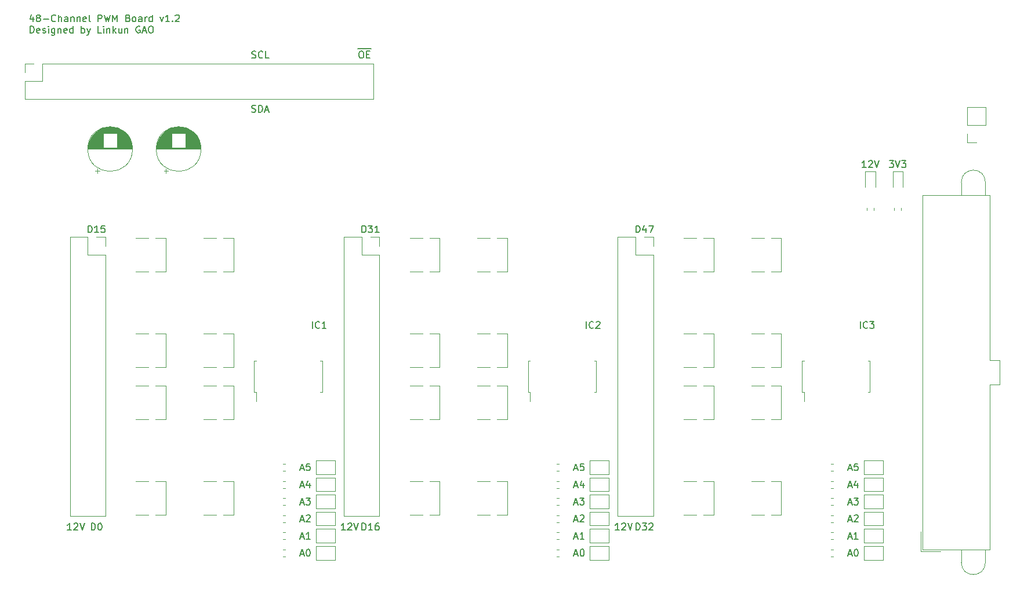
<source format=gbr>
%TF.GenerationSoftware,KiCad,Pcbnew,(5.1.6)-1*%
%TF.CreationDate,2020-07-21T23:35:01+09:00*%
%TF.ProjectId,PWM-PCA9685,50574d2d-5043-4413-9936-38352e6b6963,rev?*%
%TF.SameCoordinates,Original*%
%TF.FileFunction,Legend,Top*%
%TF.FilePolarity,Positive*%
%FSLAX46Y46*%
G04 Gerber Fmt 4.6, Leading zero omitted, Abs format (unit mm)*
G04 Created by KiCad (PCBNEW (5.1.6)-1) date 2020-07-21 23:35:01*
%MOMM*%
%LPD*%
G01*
G04 APERTURE LIST*
%ADD10C,0.150000*%
%ADD11C,0.120000*%
%ADD12C,0.100000*%
G04 APERTURE END LIST*
D10*
X145523809Y-64452380D02*
X145523809Y-63452380D01*
X146571428Y-64357142D02*
X146523809Y-64404761D01*
X146380952Y-64452380D01*
X146285714Y-64452380D01*
X146142857Y-64404761D01*
X146047619Y-64309523D01*
X146000000Y-64214285D01*
X145952380Y-64023809D01*
X145952380Y-63880952D01*
X146000000Y-63690476D01*
X146047619Y-63595238D01*
X146142857Y-63500000D01*
X146285714Y-63452380D01*
X146380952Y-63452380D01*
X146523809Y-63500000D01*
X146571428Y-63547619D01*
X146904761Y-63452380D02*
X147523809Y-63452380D01*
X147190476Y-63833333D01*
X147333333Y-63833333D01*
X147428571Y-63880952D01*
X147476190Y-63928571D01*
X147523809Y-64023809D01*
X147523809Y-64261904D01*
X147476190Y-64357142D01*
X147428571Y-64404761D01*
X147333333Y-64452380D01*
X147047619Y-64452380D01*
X146952380Y-64404761D01*
X146904761Y-64357142D01*
X105523809Y-64452380D02*
X105523809Y-63452380D01*
X106571428Y-64357142D02*
X106523809Y-64404761D01*
X106380952Y-64452380D01*
X106285714Y-64452380D01*
X106142857Y-64404761D01*
X106047619Y-64309523D01*
X106000000Y-64214285D01*
X105952380Y-64023809D01*
X105952380Y-63880952D01*
X106000000Y-63690476D01*
X106047619Y-63595238D01*
X106142857Y-63500000D01*
X106285714Y-63452380D01*
X106380952Y-63452380D01*
X106523809Y-63500000D01*
X106571428Y-63547619D01*
X106952380Y-63547619D02*
X107000000Y-63500000D01*
X107095238Y-63452380D01*
X107333333Y-63452380D01*
X107428571Y-63500000D01*
X107476190Y-63547619D01*
X107523809Y-63642857D01*
X107523809Y-63738095D01*
X107476190Y-63880952D01*
X106904761Y-64452380D01*
X107523809Y-64452380D01*
X65523809Y-64452380D02*
X65523809Y-63452380D01*
X66571428Y-64357142D02*
X66523809Y-64404761D01*
X66380952Y-64452380D01*
X66285714Y-64452380D01*
X66142857Y-64404761D01*
X66047619Y-64309523D01*
X66000000Y-64214285D01*
X65952380Y-64023809D01*
X65952380Y-63880952D01*
X66000000Y-63690476D01*
X66047619Y-63595238D01*
X66142857Y-63500000D01*
X66285714Y-63452380D01*
X66380952Y-63452380D01*
X66523809Y-63500000D01*
X66571428Y-63547619D01*
X67523809Y-64452380D02*
X66952380Y-64452380D01*
X67238095Y-64452380D02*
X67238095Y-63452380D01*
X67142857Y-63595238D01*
X67047619Y-63690476D01*
X66952380Y-63738095D01*
X24764166Y-18960714D02*
X24764166Y-19627380D01*
X24526071Y-18579761D02*
X24287976Y-19294047D01*
X24907023Y-19294047D01*
X25430833Y-19055952D02*
X25335595Y-19008333D01*
X25287976Y-18960714D01*
X25240357Y-18865476D01*
X25240357Y-18817857D01*
X25287976Y-18722619D01*
X25335595Y-18675000D01*
X25430833Y-18627380D01*
X25621309Y-18627380D01*
X25716547Y-18675000D01*
X25764166Y-18722619D01*
X25811785Y-18817857D01*
X25811785Y-18865476D01*
X25764166Y-18960714D01*
X25716547Y-19008333D01*
X25621309Y-19055952D01*
X25430833Y-19055952D01*
X25335595Y-19103571D01*
X25287976Y-19151190D01*
X25240357Y-19246428D01*
X25240357Y-19436904D01*
X25287976Y-19532142D01*
X25335595Y-19579761D01*
X25430833Y-19627380D01*
X25621309Y-19627380D01*
X25716547Y-19579761D01*
X25764166Y-19532142D01*
X25811785Y-19436904D01*
X25811785Y-19246428D01*
X25764166Y-19151190D01*
X25716547Y-19103571D01*
X25621309Y-19055952D01*
X26240357Y-19246428D02*
X27002261Y-19246428D01*
X28049880Y-19532142D02*
X28002261Y-19579761D01*
X27859404Y-19627380D01*
X27764166Y-19627380D01*
X27621309Y-19579761D01*
X27526071Y-19484523D01*
X27478452Y-19389285D01*
X27430833Y-19198809D01*
X27430833Y-19055952D01*
X27478452Y-18865476D01*
X27526071Y-18770238D01*
X27621309Y-18675000D01*
X27764166Y-18627380D01*
X27859404Y-18627380D01*
X28002261Y-18675000D01*
X28049880Y-18722619D01*
X28478452Y-19627380D02*
X28478452Y-18627380D01*
X28907023Y-19627380D02*
X28907023Y-19103571D01*
X28859404Y-19008333D01*
X28764166Y-18960714D01*
X28621309Y-18960714D01*
X28526071Y-19008333D01*
X28478452Y-19055952D01*
X29811785Y-19627380D02*
X29811785Y-19103571D01*
X29764166Y-19008333D01*
X29668928Y-18960714D01*
X29478452Y-18960714D01*
X29383214Y-19008333D01*
X29811785Y-19579761D02*
X29716547Y-19627380D01*
X29478452Y-19627380D01*
X29383214Y-19579761D01*
X29335595Y-19484523D01*
X29335595Y-19389285D01*
X29383214Y-19294047D01*
X29478452Y-19246428D01*
X29716547Y-19246428D01*
X29811785Y-19198809D01*
X30287976Y-18960714D02*
X30287976Y-19627380D01*
X30287976Y-19055952D02*
X30335595Y-19008333D01*
X30430833Y-18960714D01*
X30573690Y-18960714D01*
X30668928Y-19008333D01*
X30716547Y-19103571D01*
X30716547Y-19627380D01*
X31192738Y-18960714D02*
X31192738Y-19627380D01*
X31192738Y-19055952D02*
X31240357Y-19008333D01*
X31335595Y-18960714D01*
X31478452Y-18960714D01*
X31573690Y-19008333D01*
X31621309Y-19103571D01*
X31621309Y-19627380D01*
X32478452Y-19579761D02*
X32383214Y-19627380D01*
X32192738Y-19627380D01*
X32097500Y-19579761D01*
X32049880Y-19484523D01*
X32049880Y-19103571D01*
X32097500Y-19008333D01*
X32192738Y-18960714D01*
X32383214Y-18960714D01*
X32478452Y-19008333D01*
X32526071Y-19103571D01*
X32526071Y-19198809D01*
X32049880Y-19294047D01*
X33097500Y-19627380D02*
X33002261Y-19579761D01*
X32954642Y-19484523D01*
X32954642Y-18627380D01*
X34240357Y-19627380D02*
X34240357Y-18627380D01*
X34621309Y-18627380D01*
X34716547Y-18675000D01*
X34764166Y-18722619D01*
X34811785Y-18817857D01*
X34811785Y-18960714D01*
X34764166Y-19055952D01*
X34716547Y-19103571D01*
X34621309Y-19151190D01*
X34240357Y-19151190D01*
X35145119Y-18627380D02*
X35383214Y-19627380D01*
X35573690Y-18913095D01*
X35764166Y-19627380D01*
X36002261Y-18627380D01*
X36383214Y-19627380D02*
X36383214Y-18627380D01*
X36716547Y-19341666D01*
X37049880Y-18627380D01*
X37049880Y-19627380D01*
X38621309Y-19103571D02*
X38764166Y-19151190D01*
X38811785Y-19198809D01*
X38859404Y-19294047D01*
X38859404Y-19436904D01*
X38811785Y-19532142D01*
X38764166Y-19579761D01*
X38668928Y-19627380D01*
X38287976Y-19627380D01*
X38287976Y-18627380D01*
X38621309Y-18627380D01*
X38716547Y-18675000D01*
X38764166Y-18722619D01*
X38811785Y-18817857D01*
X38811785Y-18913095D01*
X38764166Y-19008333D01*
X38716547Y-19055952D01*
X38621309Y-19103571D01*
X38287976Y-19103571D01*
X39430833Y-19627380D02*
X39335595Y-19579761D01*
X39287976Y-19532142D01*
X39240357Y-19436904D01*
X39240357Y-19151190D01*
X39287976Y-19055952D01*
X39335595Y-19008333D01*
X39430833Y-18960714D01*
X39573690Y-18960714D01*
X39668928Y-19008333D01*
X39716547Y-19055952D01*
X39764166Y-19151190D01*
X39764166Y-19436904D01*
X39716547Y-19532142D01*
X39668928Y-19579761D01*
X39573690Y-19627380D01*
X39430833Y-19627380D01*
X40621309Y-19627380D02*
X40621309Y-19103571D01*
X40573690Y-19008333D01*
X40478452Y-18960714D01*
X40287976Y-18960714D01*
X40192738Y-19008333D01*
X40621309Y-19579761D02*
X40526071Y-19627380D01*
X40287976Y-19627380D01*
X40192738Y-19579761D01*
X40145119Y-19484523D01*
X40145119Y-19389285D01*
X40192738Y-19294047D01*
X40287976Y-19246428D01*
X40526071Y-19246428D01*
X40621309Y-19198809D01*
X41097500Y-19627380D02*
X41097500Y-18960714D01*
X41097500Y-19151190D02*
X41145119Y-19055952D01*
X41192738Y-19008333D01*
X41287976Y-18960714D01*
X41383214Y-18960714D01*
X42145119Y-19627380D02*
X42145119Y-18627380D01*
X42145119Y-19579761D02*
X42049880Y-19627380D01*
X41859404Y-19627380D01*
X41764166Y-19579761D01*
X41716547Y-19532142D01*
X41668928Y-19436904D01*
X41668928Y-19151190D01*
X41716547Y-19055952D01*
X41764166Y-19008333D01*
X41859404Y-18960714D01*
X42049880Y-18960714D01*
X42145119Y-19008333D01*
X43287976Y-18960714D02*
X43526071Y-19627380D01*
X43764166Y-18960714D01*
X44668928Y-19627380D02*
X44097500Y-19627380D01*
X44383214Y-19627380D02*
X44383214Y-18627380D01*
X44287976Y-18770238D01*
X44192738Y-18865476D01*
X44097500Y-18913095D01*
X45097500Y-19532142D02*
X45145119Y-19579761D01*
X45097500Y-19627380D01*
X45049880Y-19579761D01*
X45097500Y-19532142D01*
X45097500Y-19627380D01*
X45526071Y-18722619D02*
X45573690Y-18675000D01*
X45668928Y-18627380D01*
X45907023Y-18627380D01*
X46002261Y-18675000D01*
X46049880Y-18722619D01*
X46097500Y-18817857D01*
X46097500Y-18913095D01*
X46049880Y-19055952D01*
X45478452Y-19627380D01*
X46097500Y-19627380D01*
X24335595Y-21277380D02*
X24335595Y-20277380D01*
X24573690Y-20277380D01*
X24716547Y-20325000D01*
X24811785Y-20420238D01*
X24859404Y-20515476D01*
X24907023Y-20705952D01*
X24907023Y-20848809D01*
X24859404Y-21039285D01*
X24811785Y-21134523D01*
X24716547Y-21229761D01*
X24573690Y-21277380D01*
X24335595Y-21277380D01*
X25716547Y-21229761D02*
X25621309Y-21277380D01*
X25430833Y-21277380D01*
X25335595Y-21229761D01*
X25287976Y-21134523D01*
X25287976Y-20753571D01*
X25335595Y-20658333D01*
X25430833Y-20610714D01*
X25621309Y-20610714D01*
X25716547Y-20658333D01*
X25764166Y-20753571D01*
X25764166Y-20848809D01*
X25287976Y-20944047D01*
X26145119Y-21229761D02*
X26240357Y-21277380D01*
X26430833Y-21277380D01*
X26526071Y-21229761D01*
X26573690Y-21134523D01*
X26573690Y-21086904D01*
X26526071Y-20991666D01*
X26430833Y-20944047D01*
X26287976Y-20944047D01*
X26192738Y-20896428D01*
X26145119Y-20801190D01*
X26145119Y-20753571D01*
X26192738Y-20658333D01*
X26287976Y-20610714D01*
X26430833Y-20610714D01*
X26526071Y-20658333D01*
X27002261Y-21277380D02*
X27002261Y-20610714D01*
X27002261Y-20277380D02*
X26954642Y-20325000D01*
X27002261Y-20372619D01*
X27049880Y-20325000D01*
X27002261Y-20277380D01*
X27002261Y-20372619D01*
X27907023Y-20610714D02*
X27907023Y-21420238D01*
X27859404Y-21515476D01*
X27811785Y-21563095D01*
X27716547Y-21610714D01*
X27573690Y-21610714D01*
X27478452Y-21563095D01*
X27907023Y-21229761D02*
X27811785Y-21277380D01*
X27621309Y-21277380D01*
X27526071Y-21229761D01*
X27478452Y-21182142D01*
X27430833Y-21086904D01*
X27430833Y-20801190D01*
X27478452Y-20705952D01*
X27526071Y-20658333D01*
X27621309Y-20610714D01*
X27811785Y-20610714D01*
X27907023Y-20658333D01*
X28383214Y-20610714D02*
X28383214Y-21277380D01*
X28383214Y-20705952D02*
X28430833Y-20658333D01*
X28526071Y-20610714D01*
X28668928Y-20610714D01*
X28764166Y-20658333D01*
X28811785Y-20753571D01*
X28811785Y-21277380D01*
X29668928Y-21229761D02*
X29573690Y-21277380D01*
X29383214Y-21277380D01*
X29287976Y-21229761D01*
X29240357Y-21134523D01*
X29240357Y-20753571D01*
X29287976Y-20658333D01*
X29383214Y-20610714D01*
X29573690Y-20610714D01*
X29668928Y-20658333D01*
X29716547Y-20753571D01*
X29716547Y-20848809D01*
X29240357Y-20944047D01*
X30573690Y-21277380D02*
X30573690Y-20277380D01*
X30573690Y-21229761D02*
X30478452Y-21277380D01*
X30287976Y-21277380D01*
X30192738Y-21229761D01*
X30145119Y-21182142D01*
X30097500Y-21086904D01*
X30097500Y-20801190D01*
X30145119Y-20705952D01*
X30192738Y-20658333D01*
X30287976Y-20610714D01*
X30478452Y-20610714D01*
X30573690Y-20658333D01*
X31811785Y-21277380D02*
X31811785Y-20277380D01*
X31811785Y-20658333D02*
X31907023Y-20610714D01*
X32097500Y-20610714D01*
X32192738Y-20658333D01*
X32240357Y-20705952D01*
X32287976Y-20801190D01*
X32287976Y-21086904D01*
X32240357Y-21182142D01*
X32192738Y-21229761D01*
X32097500Y-21277380D01*
X31907023Y-21277380D01*
X31811785Y-21229761D01*
X32621309Y-20610714D02*
X32859404Y-21277380D01*
X33097500Y-20610714D02*
X32859404Y-21277380D01*
X32764166Y-21515476D01*
X32716547Y-21563095D01*
X32621309Y-21610714D01*
X34716547Y-21277380D02*
X34240357Y-21277380D01*
X34240357Y-20277380D01*
X35049880Y-21277380D02*
X35049880Y-20610714D01*
X35049880Y-20277380D02*
X35002261Y-20325000D01*
X35049880Y-20372619D01*
X35097500Y-20325000D01*
X35049880Y-20277380D01*
X35049880Y-20372619D01*
X35526071Y-20610714D02*
X35526071Y-21277380D01*
X35526071Y-20705952D02*
X35573690Y-20658333D01*
X35668928Y-20610714D01*
X35811785Y-20610714D01*
X35907023Y-20658333D01*
X35954642Y-20753571D01*
X35954642Y-21277380D01*
X36430833Y-21277380D02*
X36430833Y-20277380D01*
X36526071Y-20896428D02*
X36811785Y-21277380D01*
X36811785Y-20610714D02*
X36430833Y-20991666D01*
X37668928Y-20610714D02*
X37668928Y-21277380D01*
X37240357Y-20610714D02*
X37240357Y-21134523D01*
X37287976Y-21229761D01*
X37383214Y-21277380D01*
X37526071Y-21277380D01*
X37621309Y-21229761D01*
X37668928Y-21182142D01*
X38145119Y-20610714D02*
X38145119Y-21277380D01*
X38145119Y-20705952D02*
X38192738Y-20658333D01*
X38287976Y-20610714D01*
X38430833Y-20610714D01*
X38526071Y-20658333D01*
X38573690Y-20753571D01*
X38573690Y-21277380D01*
X40335595Y-20325000D02*
X40240357Y-20277380D01*
X40097500Y-20277380D01*
X39954642Y-20325000D01*
X39859404Y-20420238D01*
X39811785Y-20515476D01*
X39764166Y-20705952D01*
X39764166Y-20848809D01*
X39811785Y-21039285D01*
X39859404Y-21134523D01*
X39954642Y-21229761D01*
X40097500Y-21277380D01*
X40192738Y-21277380D01*
X40335595Y-21229761D01*
X40383214Y-21182142D01*
X40383214Y-20848809D01*
X40192738Y-20848809D01*
X40764166Y-20991666D02*
X41240357Y-20991666D01*
X40668928Y-21277380D02*
X41002261Y-20277380D01*
X41335595Y-21277380D01*
X41859404Y-20277380D02*
X42049880Y-20277380D01*
X42145119Y-20325000D01*
X42240357Y-20420238D01*
X42287976Y-20610714D01*
X42287976Y-20944047D01*
X42240357Y-21134523D01*
X42145119Y-21229761D01*
X42049880Y-21277380D01*
X41859404Y-21277380D01*
X41764166Y-21229761D01*
X41668928Y-21134523D01*
X41621309Y-20944047D01*
X41621309Y-20610714D01*
X41668928Y-20420238D01*
X41764166Y-20325000D01*
X41859404Y-20277380D01*
X146380952Y-40952380D02*
X145809523Y-40952380D01*
X146095238Y-40952380D02*
X146095238Y-39952380D01*
X146000000Y-40095238D01*
X145904761Y-40190476D01*
X145809523Y-40238095D01*
X146761904Y-40047619D02*
X146809523Y-40000000D01*
X146904761Y-39952380D01*
X147142857Y-39952380D01*
X147238095Y-40000000D01*
X147285714Y-40047619D01*
X147333333Y-40142857D01*
X147333333Y-40238095D01*
X147285714Y-40380952D01*
X146714285Y-40952380D01*
X147333333Y-40952380D01*
X147619047Y-39952380D02*
X147952380Y-40952380D01*
X148285714Y-39952380D01*
X149761904Y-39952380D02*
X150380952Y-39952380D01*
X150047619Y-40333333D01*
X150190476Y-40333333D01*
X150285714Y-40380952D01*
X150333333Y-40428571D01*
X150380952Y-40523809D01*
X150380952Y-40761904D01*
X150333333Y-40857142D01*
X150285714Y-40904761D01*
X150190476Y-40952380D01*
X149904761Y-40952380D01*
X149809523Y-40904761D01*
X149761904Y-40857142D01*
X150666666Y-39952380D02*
X151000000Y-40952380D01*
X151333333Y-39952380D01*
X151571428Y-39952380D02*
X152190476Y-39952380D01*
X151857142Y-40333333D01*
X152000000Y-40333333D01*
X152095238Y-40380952D01*
X152142857Y-40428571D01*
X152190476Y-40523809D01*
X152190476Y-40761904D01*
X152142857Y-40857142D01*
X152095238Y-40904761D01*
X152000000Y-40952380D01*
X151714285Y-40952380D01*
X151619047Y-40904761D01*
X151571428Y-40857142D01*
X56675714Y-32804761D02*
X56818571Y-32852380D01*
X57056666Y-32852380D01*
X57151904Y-32804761D01*
X57199523Y-32757142D01*
X57247142Y-32661904D01*
X57247142Y-32566666D01*
X57199523Y-32471428D01*
X57151904Y-32423809D01*
X57056666Y-32376190D01*
X56866190Y-32328571D01*
X56770952Y-32280952D01*
X56723333Y-32233333D01*
X56675714Y-32138095D01*
X56675714Y-32042857D01*
X56723333Y-31947619D01*
X56770952Y-31900000D01*
X56866190Y-31852380D01*
X57104285Y-31852380D01*
X57247142Y-31900000D01*
X57675714Y-32852380D02*
X57675714Y-31852380D01*
X57913809Y-31852380D01*
X58056666Y-31900000D01*
X58151904Y-31995238D01*
X58199523Y-32090476D01*
X58247142Y-32280952D01*
X58247142Y-32423809D01*
X58199523Y-32614285D01*
X58151904Y-32709523D01*
X58056666Y-32804761D01*
X57913809Y-32852380D01*
X57675714Y-32852380D01*
X58628095Y-32566666D02*
X59104285Y-32566666D01*
X58532857Y-32852380D02*
X58866190Y-31852380D01*
X59199523Y-32852380D01*
X56699523Y-24904761D02*
X56842380Y-24952380D01*
X57080476Y-24952380D01*
X57175714Y-24904761D01*
X57223333Y-24857142D01*
X57270952Y-24761904D01*
X57270952Y-24666666D01*
X57223333Y-24571428D01*
X57175714Y-24523809D01*
X57080476Y-24476190D01*
X56890000Y-24428571D01*
X56794761Y-24380952D01*
X56747142Y-24333333D01*
X56699523Y-24238095D01*
X56699523Y-24142857D01*
X56747142Y-24047619D01*
X56794761Y-24000000D01*
X56890000Y-23952380D01*
X57128095Y-23952380D01*
X57270952Y-24000000D01*
X58270952Y-24857142D02*
X58223333Y-24904761D01*
X58080476Y-24952380D01*
X57985238Y-24952380D01*
X57842380Y-24904761D01*
X57747142Y-24809523D01*
X57699523Y-24714285D01*
X57651904Y-24523809D01*
X57651904Y-24380952D01*
X57699523Y-24190476D01*
X57747142Y-24095238D01*
X57842380Y-24000000D01*
X57985238Y-23952380D01*
X58080476Y-23952380D01*
X58223333Y-24000000D01*
X58270952Y-24047619D01*
X59175714Y-24952380D02*
X58699523Y-24952380D01*
X58699523Y-23952380D01*
X72153809Y-23585000D02*
X73201428Y-23585000D01*
X72582380Y-23952380D02*
X72772857Y-23952380D01*
X72868095Y-24000000D01*
X72963333Y-24095238D01*
X73010952Y-24285714D01*
X73010952Y-24619047D01*
X72963333Y-24809523D01*
X72868095Y-24904761D01*
X72772857Y-24952380D01*
X72582380Y-24952380D01*
X72487142Y-24904761D01*
X72391904Y-24809523D01*
X72344285Y-24619047D01*
X72344285Y-24285714D01*
X72391904Y-24095238D01*
X72487142Y-24000000D01*
X72582380Y-23952380D01*
X73201428Y-23585000D02*
X74106190Y-23585000D01*
X73439523Y-24428571D02*
X73772857Y-24428571D01*
X73915714Y-24952380D02*
X73439523Y-24952380D01*
X73439523Y-23952380D01*
X73915714Y-23952380D01*
X143785714Y-84966666D02*
X144261904Y-84966666D01*
X143690476Y-85252380D02*
X144023809Y-84252380D01*
X144357142Y-85252380D01*
X145166666Y-84252380D02*
X144690476Y-84252380D01*
X144642857Y-84728571D01*
X144690476Y-84680952D01*
X144785714Y-84633333D01*
X145023809Y-84633333D01*
X145119047Y-84680952D01*
X145166666Y-84728571D01*
X145214285Y-84823809D01*
X145214285Y-85061904D01*
X145166666Y-85157142D01*
X145119047Y-85204761D01*
X145023809Y-85252380D01*
X144785714Y-85252380D01*
X144690476Y-85204761D01*
X144642857Y-85157142D01*
X143785714Y-87466666D02*
X144261904Y-87466666D01*
X143690476Y-87752380D02*
X144023809Y-86752380D01*
X144357142Y-87752380D01*
X145119047Y-87085714D02*
X145119047Y-87752380D01*
X144880952Y-86704761D02*
X144642857Y-87419047D01*
X145261904Y-87419047D01*
X143785714Y-89966666D02*
X144261904Y-89966666D01*
X143690476Y-90252380D02*
X144023809Y-89252380D01*
X144357142Y-90252380D01*
X144595238Y-89252380D02*
X145214285Y-89252380D01*
X144880952Y-89633333D01*
X145023809Y-89633333D01*
X145119047Y-89680952D01*
X145166666Y-89728571D01*
X145214285Y-89823809D01*
X145214285Y-90061904D01*
X145166666Y-90157142D01*
X145119047Y-90204761D01*
X145023809Y-90252380D01*
X144738095Y-90252380D01*
X144642857Y-90204761D01*
X144595238Y-90157142D01*
X143785714Y-92466666D02*
X144261904Y-92466666D01*
X143690476Y-92752380D02*
X144023809Y-91752380D01*
X144357142Y-92752380D01*
X144642857Y-91847619D02*
X144690476Y-91800000D01*
X144785714Y-91752380D01*
X145023809Y-91752380D01*
X145119047Y-91800000D01*
X145166666Y-91847619D01*
X145214285Y-91942857D01*
X145214285Y-92038095D01*
X145166666Y-92180952D01*
X144595238Y-92752380D01*
X145214285Y-92752380D01*
X143785714Y-94966666D02*
X144261904Y-94966666D01*
X143690476Y-95252380D02*
X144023809Y-94252380D01*
X144357142Y-95252380D01*
X145214285Y-95252380D02*
X144642857Y-95252380D01*
X144928571Y-95252380D02*
X144928571Y-94252380D01*
X144833333Y-94395238D01*
X144738095Y-94490476D01*
X144642857Y-94538095D01*
X143785714Y-97466666D02*
X144261904Y-97466666D01*
X143690476Y-97752380D02*
X144023809Y-96752380D01*
X144357142Y-97752380D01*
X144880952Y-96752380D02*
X144976190Y-96752380D01*
X145071428Y-96800000D01*
X145119047Y-96847619D01*
X145166666Y-96942857D01*
X145214285Y-97133333D01*
X145214285Y-97371428D01*
X145166666Y-97561904D01*
X145119047Y-97657142D01*
X145071428Y-97704761D01*
X144976190Y-97752380D01*
X144880952Y-97752380D01*
X144785714Y-97704761D01*
X144738095Y-97657142D01*
X144690476Y-97561904D01*
X144642857Y-97371428D01*
X144642857Y-97133333D01*
X144690476Y-96942857D01*
X144738095Y-96847619D01*
X144785714Y-96800000D01*
X144880952Y-96752380D01*
X112785714Y-50452380D02*
X112785714Y-49452380D01*
X113023809Y-49452380D01*
X113166666Y-49500000D01*
X113261904Y-49595238D01*
X113309523Y-49690476D01*
X113357142Y-49880952D01*
X113357142Y-50023809D01*
X113309523Y-50214285D01*
X113261904Y-50309523D01*
X113166666Y-50404761D01*
X113023809Y-50452380D01*
X112785714Y-50452380D01*
X114214285Y-49785714D02*
X114214285Y-50452380D01*
X113976190Y-49404761D02*
X113738095Y-50119047D01*
X114357142Y-50119047D01*
X114642857Y-49452380D02*
X115309523Y-49452380D01*
X114880952Y-50452380D01*
X112785714Y-93952380D02*
X112785714Y-92952380D01*
X113023809Y-92952380D01*
X113166666Y-93000000D01*
X113261904Y-93095238D01*
X113309523Y-93190476D01*
X113357142Y-93380952D01*
X113357142Y-93523809D01*
X113309523Y-93714285D01*
X113261904Y-93809523D01*
X113166666Y-93904761D01*
X113023809Y-93952380D01*
X112785714Y-93952380D01*
X113690476Y-92952380D02*
X114309523Y-92952380D01*
X113976190Y-93333333D01*
X114119047Y-93333333D01*
X114214285Y-93380952D01*
X114261904Y-93428571D01*
X114309523Y-93523809D01*
X114309523Y-93761904D01*
X114261904Y-93857142D01*
X114214285Y-93904761D01*
X114119047Y-93952380D01*
X113833333Y-93952380D01*
X113738095Y-93904761D01*
X113690476Y-93857142D01*
X114690476Y-93047619D02*
X114738095Y-93000000D01*
X114833333Y-92952380D01*
X115071428Y-92952380D01*
X115166666Y-93000000D01*
X115214285Y-93047619D01*
X115261904Y-93142857D01*
X115261904Y-93238095D01*
X115214285Y-93380952D01*
X114642857Y-93952380D01*
X115261904Y-93952380D01*
X110340952Y-93952380D02*
X109769523Y-93952380D01*
X110055238Y-93952380D02*
X110055238Y-92952380D01*
X109960000Y-93095238D01*
X109864761Y-93190476D01*
X109769523Y-93238095D01*
X110721904Y-93047619D02*
X110769523Y-93000000D01*
X110864761Y-92952380D01*
X111102857Y-92952380D01*
X111198095Y-93000000D01*
X111245714Y-93047619D01*
X111293333Y-93142857D01*
X111293333Y-93238095D01*
X111245714Y-93380952D01*
X110674285Y-93952380D01*
X111293333Y-93952380D01*
X111579047Y-92952380D02*
X111912380Y-93952380D01*
X112245714Y-92952380D01*
X72785714Y-50452380D02*
X72785714Y-49452380D01*
X73023809Y-49452380D01*
X73166666Y-49500000D01*
X73261904Y-49595238D01*
X73309523Y-49690476D01*
X73357142Y-49880952D01*
X73357142Y-50023809D01*
X73309523Y-50214285D01*
X73261904Y-50309523D01*
X73166666Y-50404761D01*
X73023809Y-50452380D01*
X72785714Y-50452380D01*
X73690476Y-49452380D02*
X74309523Y-49452380D01*
X73976190Y-49833333D01*
X74119047Y-49833333D01*
X74214285Y-49880952D01*
X74261904Y-49928571D01*
X74309523Y-50023809D01*
X74309523Y-50261904D01*
X74261904Y-50357142D01*
X74214285Y-50404761D01*
X74119047Y-50452380D01*
X73833333Y-50452380D01*
X73738095Y-50404761D01*
X73690476Y-50357142D01*
X75261904Y-50452380D02*
X74690476Y-50452380D01*
X74976190Y-50452380D02*
X74976190Y-49452380D01*
X74880952Y-49595238D01*
X74785714Y-49690476D01*
X74690476Y-49738095D01*
X72785714Y-93952380D02*
X72785714Y-92952380D01*
X73023809Y-92952380D01*
X73166666Y-93000000D01*
X73261904Y-93095238D01*
X73309523Y-93190476D01*
X73357142Y-93380952D01*
X73357142Y-93523809D01*
X73309523Y-93714285D01*
X73261904Y-93809523D01*
X73166666Y-93904761D01*
X73023809Y-93952380D01*
X72785714Y-93952380D01*
X74309523Y-93952380D02*
X73738095Y-93952380D01*
X74023809Y-93952380D02*
X74023809Y-92952380D01*
X73928571Y-93095238D01*
X73833333Y-93190476D01*
X73738095Y-93238095D01*
X75166666Y-92952380D02*
X74976190Y-92952380D01*
X74880952Y-93000000D01*
X74833333Y-93047619D01*
X74738095Y-93190476D01*
X74690476Y-93380952D01*
X74690476Y-93761904D01*
X74738095Y-93857142D01*
X74785714Y-93904761D01*
X74880952Y-93952380D01*
X75071428Y-93952380D01*
X75166666Y-93904761D01*
X75214285Y-93857142D01*
X75261904Y-93761904D01*
X75261904Y-93523809D01*
X75214285Y-93428571D01*
X75166666Y-93380952D01*
X75071428Y-93333333D01*
X74880952Y-93333333D01*
X74785714Y-93380952D01*
X74738095Y-93428571D01*
X74690476Y-93523809D01*
X70340952Y-93952380D02*
X69769523Y-93952380D01*
X70055238Y-93952380D02*
X70055238Y-92952380D01*
X69960000Y-93095238D01*
X69864761Y-93190476D01*
X69769523Y-93238095D01*
X70721904Y-93047619D02*
X70769523Y-93000000D01*
X70864761Y-92952380D01*
X71102857Y-92952380D01*
X71198095Y-93000000D01*
X71245714Y-93047619D01*
X71293333Y-93142857D01*
X71293333Y-93238095D01*
X71245714Y-93380952D01*
X70674285Y-93952380D01*
X71293333Y-93952380D01*
X71579047Y-92952380D02*
X71912380Y-93952380D01*
X72245714Y-92952380D01*
X103785714Y-84966666D02*
X104261904Y-84966666D01*
X103690476Y-85252380D02*
X104023809Y-84252380D01*
X104357142Y-85252380D01*
X105166666Y-84252380D02*
X104690476Y-84252380D01*
X104642857Y-84728571D01*
X104690476Y-84680952D01*
X104785714Y-84633333D01*
X105023809Y-84633333D01*
X105119047Y-84680952D01*
X105166666Y-84728571D01*
X105214285Y-84823809D01*
X105214285Y-85061904D01*
X105166666Y-85157142D01*
X105119047Y-85204761D01*
X105023809Y-85252380D01*
X104785714Y-85252380D01*
X104690476Y-85204761D01*
X104642857Y-85157142D01*
X103785714Y-87466666D02*
X104261904Y-87466666D01*
X103690476Y-87752380D02*
X104023809Y-86752380D01*
X104357142Y-87752380D01*
X105119047Y-87085714D02*
X105119047Y-87752380D01*
X104880952Y-86704761D02*
X104642857Y-87419047D01*
X105261904Y-87419047D01*
X103785714Y-89966666D02*
X104261904Y-89966666D01*
X103690476Y-90252380D02*
X104023809Y-89252380D01*
X104357142Y-90252380D01*
X104595238Y-89252380D02*
X105214285Y-89252380D01*
X104880952Y-89633333D01*
X105023809Y-89633333D01*
X105119047Y-89680952D01*
X105166666Y-89728571D01*
X105214285Y-89823809D01*
X105214285Y-90061904D01*
X105166666Y-90157142D01*
X105119047Y-90204761D01*
X105023809Y-90252380D01*
X104738095Y-90252380D01*
X104642857Y-90204761D01*
X104595238Y-90157142D01*
X103785714Y-92466666D02*
X104261904Y-92466666D01*
X103690476Y-92752380D02*
X104023809Y-91752380D01*
X104357142Y-92752380D01*
X104642857Y-91847619D02*
X104690476Y-91800000D01*
X104785714Y-91752380D01*
X105023809Y-91752380D01*
X105119047Y-91800000D01*
X105166666Y-91847619D01*
X105214285Y-91942857D01*
X105214285Y-92038095D01*
X105166666Y-92180952D01*
X104595238Y-92752380D01*
X105214285Y-92752380D01*
X103785714Y-94966666D02*
X104261904Y-94966666D01*
X103690476Y-95252380D02*
X104023809Y-94252380D01*
X104357142Y-95252380D01*
X105214285Y-95252380D02*
X104642857Y-95252380D01*
X104928571Y-95252380D02*
X104928571Y-94252380D01*
X104833333Y-94395238D01*
X104738095Y-94490476D01*
X104642857Y-94538095D01*
X103785714Y-97466666D02*
X104261904Y-97466666D01*
X103690476Y-97752380D02*
X104023809Y-96752380D01*
X104357142Y-97752380D01*
X104880952Y-96752380D02*
X104976190Y-96752380D01*
X105071428Y-96800000D01*
X105119047Y-96847619D01*
X105166666Y-96942857D01*
X105214285Y-97133333D01*
X105214285Y-97371428D01*
X105166666Y-97561904D01*
X105119047Y-97657142D01*
X105071428Y-97704761D01*
X104976190Y-97752380D01*
X104880952Y-97752380D01*
X104785714Y-97704761D01*
X104738095Y-97657142D01*
X104690476Y-97561904D01*
X104642857Y-97371428D01*
X104642857Y-97133333D01*
X104690476Y-96942857D01*
X104738095Y-96847619D01*
X104785714Y-96800000D01*
X104880952Y-96752380D01*
X32785714Y-50452380D02*
X32785714Y-49452380D01*
X33023809Y-49452380D01*
X33166666Y-49500000D01*
X33261904Y-49595238D01*
X33309523Y-49690476D01*
X33357142Y-49880952D01*
X33357142Y-50023809D01*
X33309523Y-50214285D01*
X33261904Y-50309523D01*
X33166666Y-50404761D01*
X33023809Y-50452380D01*
X32785714Y-50452380D01*
X34309523Y-50452380D02*
X33738095Y-50452380D01*
X34023809Y-50452380D02*
X34023809Y-49452380D01*
X33928571Y-49595238D01*
X33833333Y-49690476D01*
X33738095Y-49738095D01*
X35214285Y-49452380D02*
X34738095Y-49452380D01*
X34690476Y-49928571D01*
X34738095Y-49880952D01*
X34833333Y-49833333D01*
X35071428Y-49833333D01*
X35166666Y-49880952D01*
X35214285Y-49928571D01*
X35261904Y-50023809D01*
X35261904Y-50261904D01*
X35214285Y-50357142D01*
X35166666Y-50404761D01*
X35071428Y-50452380D01*
X34833333Y-50452380D01*
X34738095Y-50404761D01*
X34690476Y-50357142D01*
X33261904Y-93952380D02*
X33261904Y-92952380D01*
X33500000Y-92952380D01*
X33642857Y-93000000D01*
X33738095Y-93095238D01*
X33785714Y-93190476D01*
X33833333Y-93380952D01*
X33833333Y-93523809D01*
X33785714Y-93714285D01*
X33738095Y-93809523D01*
X33642857Y-93904761D01*
X33500000Y-93952380D01*
X33261904Y-93952380D01*
X34452380Y-92952380D02*
X34547619Y-92952380D01*
X34642857Y-93000000D01*
X34690476Y-93047619D01*
X34738095Y-93142857D01*
X34785714Y-93333333D01*
X34785714Y-93571428D01*
X34738095Y-93761904D01*
X34690476Y-93857142D01*
X34642857Y-93904761D01*
X34547619Y-93952380D01*
X34452380Y-93952380D01*
X34357142Y-93904761D01*
X34309523Y-93857142D01*
X34261904Y-93761904D01*
X34214285Y-93571428D01*
X34214285Y-93333333D01*
X34261904Y-93142857D01*
X34309523Y-93047619D01*
X34357142Y-93000000D01*
X34452380Y-92952380D01*
X30340952Y-93952380D02*
X29769523Y-93952380D01*
X30055238Y-93952380D02*
X30055238Y-92952380D01*
X29960000Y-93095238D01*
X29864761Y-93190476D01*
X29769523Y-93238095D01*
X30721904Y-93047619D02*
X30769523Y-93000000D01*
X30864761Y-92952380D01*
X31102857Y-92952380D01*
X31198095Y-93000000D01*
X31245714Y-93047619D01*
X31293333Y-93142857D01*
X31293333Y-93238095D01*
X31245714Y-93380952D01*
X30674285Y-93952380D01*
X31293333Y-93952380D01*
X31579047Y-92952380D02*
X31912380Y-93952380D01*
X32245714Y-92952380D01*
X63785714Y-84966666D02*
X64261904Y-84966666D01*
X63690476Y-85252380D02*
X64023809Y-84252380D01*
X64357142Y-85252380D01*
X65166666Y-84252380D02*
X64690476Y-84252380D01*
X64642857Y-84728571D01*
X64690476Y-84680952D01*
X64785714Y-84633333D01*
X65023809Y-84633333D01*
X65119047Y-84680952D01*
X65166666Y-84728571D01*
X65214285Y-84823809D01*
X65214285Y-85061904D01*
X65166666Y-85157142D01*
X65119047Y-85204761D01*
X65023809Y-85252380D01*
X64785714Y-85252380D01*
X64690476Y-85204761D01*
X64642857Y-85157142D01*
X63785714Y-87466666D02*
X64261904Y-87466666D01*
X63690476Y-87752380D02*
X64023809Y-86752380D01*
X64357142Y-87752380D01*
X65119047Y-87085714D02*
X65119047Y-87752380D01*
X64880952Y-86704761D02*
X64642857Y-87419047D01*
X65261904Y-87419047D01*
X63785714Y-89966666D02*
X64261904Y-89966666D01*
X63690476Y-90252380D02*
X64023809Y-89252380D01*
X64357142Y-90252380D01*
X64595238Y-89252380D02*
X65214285Y-89252380D01*
X64880952Y-89633333D01*
X65023809Y-89633333D01*
X65119047Y-89680952D01*
X65166666Y-89728571D01*
X65214285Y-89823809D01*
X65214285Y-90061904D01*
X65166666Y-90157142D01*
X65119047Y-90204761D01*
X65023809Y-90252380D01*
X64738095Y-90252380D01*
X64642857Y-90204761D01*
X64595238Y-90157142D01*
X63785714Y-92466666D02*
X64261904Y-92466666D01*
X63690476Y-92752380D02*
X64023809Y-91752380D01*
X64357142Y-92752380D01*
X64642857Y-91847619D02*
X64690476Y-91800000D01*
X64785714Y-91752380D01*
X65023809Y-91752380D01*
X65119047Y-91800000D01*
X65166666Y-91847619D01*
X65214285Y-91942857D01*
X65214285Y-92038095D01*
X65166666Y-92180952D01*
X64595238Y-92752380D01*
X65214285Y-92752380D01*
X63785714Y-94966666D02*
X64261904Y-94966666D01*
X63690476Y-95252380D02*
X64023809Y-94252380D01*
X64357142Y-95252380D01*
X65214285Y-95252380D02*
X64642857Y-95252380D01*
X64928571Y-95252380D02*
X64928571Y-94252380D01*
X64833333Y-94395238D01*
X64738095Y-94490476D01*
X64642857Y-94538095D01*
X63785714Y-97466666D02*
X64261904Y-97466666D01*
X63690476Y-97752380D02*
X64023809Y-96752380D01*
X64357142Y-97752380D01*
X64880952Y-96752380D02*
X64976190Y-96752380D01*
X65071428Y-96800000D01*
X65119047Y-96847619D01*
X65166666Y-96942857D01*
X65214285Y-97133333D01*
X65214285Y-97371428D01*
X65166666Y-97561904D01*
X65119047Y-97657142D01*
X65071428Y-97704761D01*
X64976190Y-97752380D01*
X64880952Y-97752380D01*
X64785714Y-97704761D01*
X64738095Y-97657142D01*
X64690476Y-97561904D01*
X64642857Y-97371428D01*
X64642857Y-97133333D01*
X64690476Y-96942857D01*
X64738095Y-96847619D01*
X64785714Y-96800000D01*
X64880952Y-96752380D01*
D11*
%TO.C,R20*%
X151510000Y-46837221D02*
X151510000Y-47162779D01*
X150490000Y-46837221D02*
X150490000Y-47162779D01*
%TO.C,J6*%
X163830000Y-34730000D02*
X161170000Y-34730000D01*
X163830000Y-34730000D02*
X163830000Y-32130000D01*
X163830000Y-32130000D02*
X161170000Y-32130000D01*
X161170000Y-34730000D02*
X161170000Y-32130000D01*
X161170000Y-37330000D02*
X161170000Y-36000000D01*
X162500000Y-37330000D02*
X161170000Y-37330000D01*
%TO.C,R19*%
X147510000Y-46837221D02*
X147510000Y-47162779D01*
X146490000Y-46837221D02*
X146490000Y-47162779D01*
%TO.C,D50*%
X151735000Y-43800000D02*
X151735000Y-41515000D01*
X151735000Y-41515000D02*
X150265000Y-41515000D01*
X150265000Y-41515000D02*
X150265000Y-43800000D01*
%TO.C,D49*%
X147735000Y-43800000D02*
X147735000Y-41515000D01*
X147735000Y-41515000D02*
X146265000Y-41515000D01*
X146265000Y-41515000D02*
X146265000Y-43800000D01*
%TO.C,C4*%
X49270000Y-38250000D02*
G75*
G03*
X49270000Y-38250000I-3270000J0D01*
G01*
X42770000Y-38250000D02*
X49230000Y-38250000D01*
X42770000Y-38210000D02*
X49230000Y-38210000D01*
X42770000Y-38170000D02*
X49230000Y-38170000D01*
X42772000Y-38130000D02*
X49228000Y-38130000D01*
X42773000Y-38090000D02*
X49227000Y-38090000D01*
X42776000Y-38050000D02*
X49224000Y-38050000D01*
X42778000Y-38010000D02*
X44960000Y-38010000D01*
X47040000Y-38010000D02*
X49222000Y-38010000D01*
X42782000Y-37970000D02*
X44960000Y-37970000D01*
X47040000Y-37970000D02*
X49218000Y-37970000D01*
X42785000Y-37930000D02*
X44960000Y-37930000D01*
X47040000Y-37930000D02*
X49215000Y-37930000D01*
X42789000Y-37890000D02*
X44960000Y-37890000D01*
X47040000Y-37890000D02*
X49211000Y-37890000D01*
X42794000Y-37850000D02*
X44960000Y-37850000D01*
X47040000Y-37850000D02*
X49206000Y-37850000D01*
X42799000Y-37810000D02*
X44960000Y-37810000D01*
X47040000Y-37810000D02*
X49201000Y-37810000D01*
X42805000Y-37770000D02*
X44960000Y-37770000D01*
X47040000Y-37770000D02*
X49195000Y-37770000D01*
X42811000Y-37730000D02*
X44960000Y-37730000D01*
X47040000Y-37730000D02*
X49189000Y-37730000D01*
X42818000Y-37690000D02*
X44960000Y-37690000D01*
X47040000Y-37690000D02*
X49182000Y-37690000D01*
X42825000Y-37650000D02*
X44960000Y-37650000D01*
X47040000Y-37650000D02*
X49175000Y-37650000D01*
X42833000Y-37610000D02*
X44960000Y-37610000D01*
X47040000Y-37610000D02*
X49167000Y-37610000D01*
X42841000Y-37570000D02*
X44960000Y-37570000D01*
X47040000Y-37570000D02*
X49159000Y-37570000D01*
X42850000Y-37529000D02*
X44960000Y-37529000D01*
X47040000Y-37529000D02*
X49150000Y-37529000D01*
X42859000Y-37489000D02*
X44960000Y-37489000D01*
X47040000Y-37489000D02*
X49141000Y-37489000D01*
X42869000Y-37449000D02*
X44960000Y-37449000D01*
X47040000Y-37449000D02*
X49131000Y-37449000D01*
X42879000Y-37409000D02*
X44960000Y-37409000D01*
X47040000Y-37409000D02*
X49121000Y-37409000D01*
X42890000Y-37369000D02*
X44960000Y-37369000D01*
X47040000Y-37369000D02*
X49110000Y-37369000D01*
X42902000Y-37329000D02*
X44960000Y-37329000D01*
X47040000Y-37329000D02*
X49098000Y-37329000D01*
X42914000Y-37289000D02*
X44960000Y-37289000D01*
X47040000Y-37289000D02*
X49086000Y-37289000D01*
X42926000Y-37249000D02*
X44960000Y-37249000D01*
X47040000Y-37249000D02*
X49074000Y-37249000D01*
X42939000Y-37209000D02*
X44960000Y-37209000D01*
X47040000Y-37209000D02*
X49061000Y-37209000D01*
X42953000Y-37169000D02*
X44960000Y-37169000D01*
X47040000Y-37169000D02*
X49047000Y-37169000D01*
X42967000Y-37129000D02*
X44960000Y-37129000D01*
X47040000Y-37129000D02*
X49033000Y-37129000D01*
X42982000Y-37089000D02*
X44960000Y-37089000D01*
X47040000Y-37089000D02*
X49018000Y-37089000D01*
X42998000Y-37049000D02*
X44960000Y-37049000D01*
X47040000Y-37049000D02*
X49002000Y-37049000D01*
X43014000Y-37009000D02*
X44960000Y-37009000D01*
X47040000Y-37009000D02*
X48986000Y-37009000D01*
X43030000Y-36969000D02*
X44960000Y-36969000D01*
X47040000Y-36969000D02*
X48970000Y-36969000D01*
X43048000Y-36929000D02*
X44960000Y-36929000D01*
X47040000Y-36929000D02*
X48952000Y-36929000D01*
X43066000Y-36889000D02*
X44960000Y-36889000D01*
X47040000Y-36889000D02*
X48934000Y-36889000D01*
X43084000Y-36849000D02*
X44960000Y-36849000D01*
X47040000Y-36849000D02*
X48916000Y-36849000D01*
X43104000Y-36809000D02*
X44960000Y-36809000D01*
X47040000Y-36809000D02*
X48896000Y-36809000D01*
X43124000Y-36769000D02*
X44960000Y-36769000D01*
X47040000Y-36769000D02*
X48876000Y-36769000D01*
X43144000Y-36729000D02*
X44960000Y-36729000D01*
X47040000Y-36729000D02*
X48856000Y-36729000D01*
X43166000Y-36689000D02*
X44960000Y-36689000D01*
X47040000Y-36689000D02*
X48834000Y-36689000D01*
X43188000Y-36649000D02*
X44960000Y-36649000D01*
X47040000Y-36649000D02*
X48812000Y-36649000D01*
X43210000Y-36609000D02*
X44960000Y-36609000D01*
X47040000Y-36609000D02*
X48790000Y-36609000D01*
X43234000Y-36569000D02*
X44960000Y-36569000D01*
X47040000Y-36569000D02*
X48766000Y-36569000D01*
X43258000Y-36529000D02*
X44960000Y-36529000D01*
X47040000Y-36529000D02*
X48742000Y-36529000D01*
X43284000Y-36489000D02*
X44960000Y-36489000D01*
X47040000Y-36489000D02*
X48716000Y-36489000D01*
X43310000Y-36449000D02*
X44960000Y-36449000D01*
X47040000Y-36449000D02*
X48690000Y-36449000D01*
X43336000Y-36409000D02*
X44960000Y-36409000D01*
X47040000Y-36409000D02*
X48664000Y-36409000D01*
X43364000Y-36369000D02*
X44960000Y-36369000D01*
X47040000Y-36369000D02*
X48636000Y-36369000D01*
X43393000Y-36329000D02*
X44960000Y-36329000D01*
X47040000Y-36329000D02*
X48607000Y-36329000D01*
X43422000Y-36289000D02*
X44960000Y-36289000D01*
X47040000Y-36289000D02*
X48578000Y-36289000D01*
X43452000Y-36249000D02*
X44960000Y-36249000D01*
X47040000Y-36249000D02*
X48548000Y-36249000D01*
X43484000Y-36209000D02*
X44960000Y-36209000D01*
X47040000Y-36209000D02*
X48516000Y-36209000D01*
X43516000Y-36169000D02*
X44960000Y-36169000D01*
X47040000Y-36169000D02*
X48484000Y-36169000D01*
X43550000Y-36129000D02*
X44960000Y-36129000D01*
X47040000Y-36129000D02*
X48450000Y-36129000D01*
X43584000Y-36089000D02*
X44960000Y-36089000D01*
X47040000Y-36089000D02*
X48416000Y-36089000D01*
X43620000Y-36049000D02*
X44960000Y-36049000D01*
X47040000Y-36049000D02*
X48380000Y-36049000D01*
X43657000Y-36009000D02*
X44960000Y-36009000D01*
X47040000Y-36009000D02*
X48343000Y-36009000D01*
X43695000Y-35969000D02*
X44960000Y-35969000D01*
X47040000Y-35969000D02*
X48305000Y-35969000D01*
X43735000Y-35929000D02*
X48265000Y-35929000D01*
X43776000Y-35889000D02*
X48224000Y-35889000D01*
X43818000Y-35849000D02*
X48182000Y-35849000D01*
X43863000Y-35809000D02*
X48137000Y-35809000D01*
X43908000Y-35769000D02*
X48092000Y-35769000D01*
X43956000Y-35729000D02*
X48044000Y-35729000D01*
X44005000Y-35689000D02*
X47995000Y-35689000D01*
X44056000Y-35649000D02*
X47944000Y-35649000D01*
X44110000Y-35609000D02*
X47890000Y-35609000D01*
X44166000Y-35569000D02*
X47834000Y-35569000D01*
X44224000Y-35529000D02*
X47776000Y-35529000D01*
X44286000Y-35489000D02*
X47714000Y-35489000D01*
X44350000Y-35449000D02*
X47650000Y-35449000D01*
X44419000Y-35409000D02*
X47581000Y-35409000D01*
X44491000Y-35369000D02*
X47509000Y-35369000D01*
X44568000Y-35329000D02*
X47432000Y-35329000D01*
X44650000Y-35289000D02*
X47350000Y-35289000D01*
X44738000Y-35249000D02*
X47262000Y-35249000D01*
X44835000Y-35209000D02*
X47165000Y-35209000D01*
X44941000Y-35169000D02*
X47059000Y-35169000D01*
X45060000Y-35129000D02*
X46940000Y-35129000D01*
X45198000Y-35089000D02*
X46802000Y-35089000D01*
X45367000Y-35049000D02*
X46633000Y-35049000D01*
X45598000Y-35009000D02*
X46402000Y-35009000D01*
X44161000Y-41750241D02*
X44161000Y-41120241D01*
X43846000Y-41435241D02*
X44476000Y-41435241D01*
%TO.C,C3*%
X39270000Y-38250000D02*
G75*
G03*
X39270000Y-38250000I-3270000J0D01*
G01*
X32770000Y-38250000D02*
X39230000Y-38250000D01*
X32770000Y-38210000D02*
X39230000Y-38210000D01*
X32770000Y-38170000D02*
X39230000Y-38170000D01*
X32772000Y-38130000D02*
X39228000Y-38130000D01*
X32773000Y-38090000D02*
X39227000Y-38090000D01*
X32776000Y-38050000D02*
X39224000Y-38050000D01*
X32778000Y-38010000D02*
X34960000Y-38010000D01*
X37040000Y-38010000D02*
X39222000Y-38010000D01*
X32782000Y-37970000D02*
X34960000Y-37970000D01*
X37040000Y-37970000D02*
X39218000Y-37970000D01*
X32785000Y-37930000D02*
X34960000Y-37930000D01*
X37040000Y-37930000D02*
X39215000Y-37930000D01*
X32789000Y-37890000D02*
X34960000Y-37890000D01*
X37040000Y-37890000D02*
X39211000Y-37890000D01*
X32794000Y-37850000D02*
X34960000Y-37850000D01*
X37040000Y-37850000D02*
X39206000Y-37850000D01*
X32799000Y-37810000D02*
X34960000Y-37810000D01*
X37040000Y-37810000D02*
X39201000Y-37810000D01*
X32805000Y-37770000D02*
X34960000Y-37770000D01*
X37040000Y-37770000D02*
X39195000Y-37770000D01*
X32811000Y-37730000D02*
X34960000Y-37730000D01*
X37040000Y-37730000D02*
X39189000Y-37730000D01*
X32818000Y-37690000D02*
X34960000Y-37690000D01*
X37040000Y-37690000D02*
X39182000Y-37690000D01*
X32825000Y-37650000D02*
X34960000Y-37650000D01*
X37040000Y-37650000D02*
X39175000Y-37650000D01*
X32833000Y-37610000D02*
X34960000Y-37610000D01*
X37040000Y-37610000D02*
X39167000Y-37610000D01*
X32841000Y-37570000D02*
X34960000Y-37570000D01*
X37040000Y-37570000D02*
X39159000Y-37570000D01*
X32850000Y-37529000D02*
X34960000Y-37529000D01*
X37040000Y-37529000D02*
X39150000Y-37529000D01*
X32859000Y-37489000D02*
X34960000Y-37489000D01*
X37040000Y-37489000D02*
X39141000Y-37489000D01*
X32869000Y-37449000D02*
X34960000Y-37449000D01*
X37040000Y-37449000D02*
X39131000Y-37449000D01*
X32879000Y-37409000D02*
X34960000Y-37409000D01*
X37040000Y-37409000D02*
X39121000Y-37409000D01*
X32890000Y-37369000D02*
X34960000Y-37369000D01*
X37040000Y-37369000D02*
X39110000Y-37369000D01*
X32902000Y-37329000D02*
X34960000Y-37329000D01*
X37040000Y-37329000D02*
X39098000Y-37329000D01*
X32914000Y-37289000D02*
X34960000Y-37289000D01*
X37040000Y-37289000D02*
X39086000Y-37289000D01*
X32926000Y-37249000D02*
X34960000Y-37249000D01*
X37040000Y-37249000D02*
X39074000Y-37249000D01*
X32939000Y-37209000D02*
X34960000Y-37209000D01*
X37040000Y-37209000D02*
X39061000Y-37209000D01*
X32953000Y-37169000D02*
X34960000Y-37169000D01*
X37040000Y-37169000D02*
X39047000Y-37169000D01*
X32967000Y-37129000D02*
X34960000Y-37129000D01*
X37040000Y-37129000D02*
X39033000Y-37129000D01*
X32982000Y-37089000D02*
X34960000Y-37089000D01*
X37040000Y-37089000D02*
X39018000Y-37089000D01*
X32998000Y-37049000D02*
X34960000Y-37049000D01*
X37040000Y-37049000D02*
X39002000Y-37049000D01*
X33014000Y-37009000D02*
X34960000Y-37009000D01*
X37040000Y-37009000D02*
X38986000Y-37009000D01*
X33030000Y-36969000D02*
X34960000Y-36969000D01*
X37040000Y-36969000D02*
X38970000Y-36969000D01*
X33048000Y-36929000D02*
X34960000Y-36929000D01*
X37040000Y-36929000D02*
X38952000Y-36929000D01*
X33066000Y-36889000D02*
X34960000Y-36889000D01*
X37040000Y-36889000D02*
X38934000Y-36889000D01*
X33084000Y-36849000D02*
X34960000Y-36849000D01*
X37040000Y-36849000D02*
X38916000Y-36849000D01*
X33104000Y-36809000D02*
X34960000Y-36809000D01*
X37040000Y-36809000D02*
X38896000Y-36809000D01*
X33124000Y-36769000D02*
X34960000Y-36769000D01*
X37040000Y-36769000D02*
X38876000Y-36769000D01*
X33144000Y-36729000D02*
X34960000Y-36729000D01*
X37040000Y-36729000D02*
X38856000Y-36729000D01*
X33166000Y-36689000D02*
X34960000Y-36689000D01*
X37040000Y-36689000D02*
X38834000Y-36689000D01*
X33188000Y-36649000D02*
X34960000Y-36649000D01*
X37040000Y-36649000D02*
X38812000Y-36649000D01*
X33210000Y-36609000D02*
X34960000Y-36609000D01*
X37040000Y-36609000D02*
X38790000Y-36609000D01*
X33234000Y-36569000D02*
X34960000Y-36569000D01*
X37040000Y-36569000D02*
X38766000Y-36569000D01*
X33258000Y-36529000D02*
X34960000Y-36529000D01*
X37040000Y-36529000D02*
X38742000Y-36529000D01*
X33284000Y-36489000D02*
X34960000Y-36489000D01*
X37040000Y-36489000D02*
X38716000Y-36489000D01*
X33310000Y-36449000D02*
X34960000Y-36449000D01*
X37040000Y-36449000D02*
X38690000Y-36449000D01*
X33336000Y-36409000D02*
X34960000Y-36409000D01*
X37040000Y-36409000D02*
X38664000Y-36409000D01*
X33364000Y-36369000D02*
X34960000Y-36369000D01*
X37040000Y-36369000D02*
X38636000Y-36369000D01*
X33393000Y-36329000D02*
X34960000Y-36329000D01*
X37040000Y-36329000D02*
X38607000Y-36329000D01*
X33422000Y-36289000D02*
X34960000Y-36289000D01*
X37040000Y-36289000D02*
X38578000Y-36289000D01*
X33452000Y-36249000D02*
X34960000Y-36249000D01*
X37040000Y-36249000D02*
X38548000Y-36249000D01*
X33484000Y-36209000D02*
X34960000Y-36209000D01*
X37040000Y-36209000D02*
X38516000Y-36209000D01*
X33516000Y-36169000D02*
X34960000Y-36169000D01*
X37040000Y-36169000D02*
X38484000Y-36169000D01*
X33550000Y-36129000D02*
X34960000Y-36129000D01*
X37040000Y-36129000D02*
X38450000Y-36129000D01*
X33584000Y-36089000D02*
X34960000Y-36089000D01*
X37040000Y-36089000D02*
X38416000Y-36089000D01*
X33620000Y-36049000D02*
X34960000Y-36049000D01*
X37040000Y-36049000D02*
X38380000Y-36049000D01*
X33657000Y-36009000D02*
X34960000Y-36009000D01*
X37040000Y-36009000D02*
X38343000Y-36009000D01*
X33695000Y-35969000D02*
X34960000Y-35969000D01*
X37040000Y-35969000D02*
X38305000Y-35969000D01*
X33735000Y-35929000D02*
X38265000Y-35929000D01*
X33776000Y-35889000D02*
X38224000Y-35889000D01*
X33818000Y-35849000D02*
X38182000Y-35849000D01*
X33863000Y-35809000D02*
X38137000Y-35809000D01*
X33908000Y-35769000D02*
X38092000Y-35769000D01*
X33956000Y-35729000D02*
X38044000Y-35729000D01*
X34005000Y-35689000D02*
X37995000Y-35689000D01*
X34056000Y-35649000D02*
X37944000Y-35649000D01*
X34110000Y-35609000D02*
X37890000Y-35609000D01*
X34166000Y-35569000D02*
X37834000Y-35569000D01*
X34224000Y-35529000D02*
X37776000Y-35529000D01*
X34286000Y-35489000D02*
X37714000Y-35489000D01*
X34350000Y-35449000D02*
X37650000Y-35449000D01*
X34419000Y-35409000D02*
X37581000Y-35409000D01*
X34491000Y-35369000D02*
X37509000Y-35369000D01*
X34568000Y-35329000D02*
X37432000Y-35329000D01*
X34650000Y-35289000D02*
X37350000Y-35289000D01*
X34738000Y-35249000D02*
X37262000Y-35249000D01*
X34835000Y-35209000D02*
X37165000Y-35209000D01*
X34941000Y-35169000D02*
X37059000Y-35169000D01*
X35060000Y-35129000D02*
X36940000Y-35129000D01*
X35198000Y-35089000D02*
X36802000Y-35089000D01*
X35367000Y-35049000D02*
X36633000Y-35049000D01*
X35598000Y-35009000D02*
X36402000Y-35009000D01*
X34161000Y-41750241D02*
X34161000Y-41120241D01*
X33846000Y-41435241D02*
X34476000Y-41435241D01*
%TO.C,J4*%
X23540000Y-30950000D02*
X23540000Y-28350000D01*
X23540000Y-30950000D02*
X74460000Y-30950000D01*
X74460000Y-30950000D02*
X74460000Y-25750000D01*
X26140000Y-25750000D02*
X74460000Y-25750000D01*
X26140000Y-28350000D02*
X26140000Y-25750000D01*
X23540000Y-28350000D02*
X26140000Y-28350000D01*
X23540000Y-25750000D02*
X24870000Y-25750000D01*
X23540000Y-27080000D02*
X23540000Y-25750000D01*
%TO.C,J1*%
X30130000Y-51120000D02*
X32730000Y-51120000D01*
X30130000Y-51120000D02*
X30130000Y-91880000D01*
X30130000Y-91880000D02*
X35330000Y-91880000D01*
X35330000Y-53720000D02*
X35330000Y-91880000D01*
X32730000Y-53720000D02*
X35330000Y-53720000D01*
X32730000Y-51120000D02*
X32730000Y-53720000D01*
X35330000Y-51120000D02*
X35330000Y-52450000D01*
X34000000Y-51120000D02*
X35330000Y-51120000D01*
%TO.C,J2*%
X70130000Y-51120000D02*
X72730000Y-51120000D01*
X70130000Y-51120000D02*
X70130000Y-91880000D01*
X70130000Y-91880000D02*
X75330000Y-91880000D01*
X75330000Y-53720000D02*
X75330000Y-91880000D01*
X72730000Y-53720000D02*
X75330000Y-53720000D01*
X72730000Y-51120000D02*
X72730000Y-53720000D01*
X75330000Y-51120000D02*
X75330000Y-52450000D01*
X74000000Y-51120000D02*
X75330000Y-51120000D01*
%TO.C,J3*%
X110130000Y-51120000D02*
X112730000Y-51120000D01*
X110130000Y-51120000D02*
X110130000Y-91880000D01*
X110130000Y-91880000D02*
X115330000Y-91880000D01*
X115330000Y-53720000D02*
X115330000Y-91880000D01*
X112730000Y-53720000D02*
X115330000Y-53720000D01*
X112730000Y-51120000D02*
X112730000Y-53720000D01*
X115330000Y-51120000D02*
X115330000Y-52450000D01*
X114000000Y-51120000D02*
X115330000Y-51120000D01*
%TO.C,JP18*%
X148850000Y-85800000D02*
X146050000Y-85800000D01*
X146050000Y-85800000D02*
X146050000Y-83800000D01*
X146050000Y-83800000D02*
X148850000Y-83800000D01*
X148850000Y-83800000D02*
X148850000Y-85800000D01*
%TO.C,JP17*%
X148850000Y-88300000D02*
X146050000Y-88300000D01*
X146050000Y-88300000D02*
X146050000Y-86300000D01*
X146050000Y-86300000D02*
X148850000Y-86300000D01*
X148850000Y-86300000D02*
X148850000Y-88300000D01*
%TO.C,JP16*%
X148850000Y-90800000D02*
X146050000Y-90800000D01*
X146050000Y-90800000D02*
X146050000Y-88800000D01*
X146050000Y-88800000D02*
X148850000Y-88800000D01*
X148850000Y-88800000D02*
X148850000Y-90800000D01*
%TO.C,JP15*%
X148850000Y-93300000D02*
X146050000Y-93300000D01*
X146050000Y-93300000D02*
X146050000Y-91300000D01*
X146050000Y-91300000D02*
X148850000Y-91300000D01*
X148850000Y-91300000D02*
X148850000Y-93300000D01*
%TO.C,JP14*%
X148850000Y-95800000D02*
X146050000Y-95800000D01*
X146050000Y-95800000D02*
X146050000Y-93800000D01*
X146050000Y-93800000D02*
X148850000Y-93800000D01*
X148850000Y-93800000D02*
X148850000Y-95800000D01*
%TO.C,JP13*%
X148850000Y-98300000D02*
X146050000Y-98300000D01*
X146050000Y-98300000D02*
X146050000Y-96300000D01*
X146050000Y-96300000D02*
X148850000Y-96300000D01*
X148850000Y-96300000D02*
X148850000Y-98300000D01*
%TO.C,JP12*%
X108850000Y-85800000D02*
X106050000Y-85800000D01*
X106050000Y-85800000D02*
X106050000Y-83800000D01*
X106050000Y-83800000D02*
X108850000Y-83800000D01*
X108850000Y-83800000D02*
X108850000Y-85800000D01*
%TO.C,JP11*%
X108850000Y-88300000D02*
X106050000Y-88300000D01*
X106050000Y-88300000D02*
X106050000Y-86300000D01*
X106050000Y-86300000D02*
X108850000Y-86300000D01*
X108850000Y-86300000D02*
X108850000Y-88300000D01*
%TO.C,JP10*%
X108850000Y-90800000D02*
X106050000Y-90800000D01*
X106050000Y-90800000D02*
X106050000Y-88800000D01*
X106050000Y-88800000D02*
X108850000Y-88800000D01*
X108850000Y-88800000D02*
X108850000Y-90800000D01*
%TO.C,JP9*%
X108850000Y-93300000D02*
X106050000Y-93300000D01*
X106050000Y-93300000D02*
X106050000Y-91300000D01*
X106050000Y-91300000D02*
X108850000Y-91300000D01*
X108850000Y-91300000D02*
X108850000Y-93300000D01*
%TO.C,JP8*%
X108850000Y-95800000D02*
X106050000Y-95800000D01*
X106050000Y-95800000D02*
X106050000Y-93800000D01*
X106050000Y-93800000D02*
X108850000Y-93800000D01*
X108850000Y-93800000D02*
X108850000Y-95800000D01*
%TO.C,JP7*%
X108850000Y-98300000D02*
X106050000Y-98300000D01*
X106050000Y-98300000D02*
X106050000Y-96300000D01*
X106050000Y-96300000D02*
X108850000Y-96300000D01*
X108850000Y-96300000D02*
X108850000Y-98300000D01*
%TO.C,JP6*%
X68850000Y-85800000D02*
X66050000Y-85800000D01*
X66050000Y-85800000D02*
X66050000Y-83800000D01*
X66050000Y-83800000D02*
X68850000Y-83800000D01*
X68850000Y-83800000D02*
X68850000Y-85800000D01*
%TO.C,JP5*%
X68850000Y-88300000D02*
X66050000Y-88300000D01*
X66050000Y-88300000D02*
X66050000Y-86300000D01*
X66050000Y-86300000D02*
X68850000Y-86300000D01*
X68850000Y-86300000D02*
X68850000Y-88300000D01*
%TO.C,JP4*%
X68850000Y-90800000D02*
X66050000Y-90800000D01*
X66050000Y-90800000D02*
X66050000Y-88800000D01*
X66050000Y-88800000D02*
X68850000Y-88800000D01*
X68850000Y-88800000D02*
X68850000Y-90800000D01*
%TO.C,JP3*%
X68850000Y-93300000D02*
X66050000Y-93300000D01*
X66050000Y-93300000D02*
X66050000Y-91300000D01*
X66050000Y-91300000D02*
X68850000Y-91300000D01*
X68850000Y-91300000D02*
X68850000Y-93300000D01*
%TO.C,JP2*%
X68850000Y-95800000D02*
X66050000Y-95800000D01*
X66050000Y-95800000D02*
X66050000Y-93800000D01*
X66050000Y-93800000D02*
X68850000Y-93800000D01*
X68850000Y-93800000D02*
X68850000Y-95800000D01*
%TO.C,JP1*%
X68850000Y-98300000D02*
X66050000Y-98300000D01*
X66050000Y-98300000D02*
X66050000Y-96300000D01*
X66050000Y-96300000D02*
X68850000Y-96300000D01*
X68850000Y-96300000D02*
X68850000Y-98300000D01*
%TO.C,U1*%
X66960000Y-71500000D02*
X66960000Y-69190000D01*
X66960000Y-69190000D02*
X66685000Y-69190000D01*
X66960000Y-71500000D02*
X66960000Y-73810000D01*
X66960000Y-73810000D02*
X66685000Y-73810000D01*
X57040000Y-71500000D02*
X57040000Y-69190000D01*
X57040000Y-69190000D02*
X57315000Y-69190000D01*
X57040000Y-71500000D02*
X57040000Y-73810000D01*
X57040000Y-73810000D02*
X57315000Y-73810000D01*
X57315000Y-73810000D02*
X57315000Y-75100000D01*
%TO.C,U3*%
X146960000Y-71500000D02*
X146960000Y-69190000D01*
X146960000Y-69190000D02*
X146685000Y-69190000D01*
X146960000Y-71500000D02*
X146960000Y-73810000D01*
X146960000Y-73810000D02*
X146685000Y-73810000D01*
X137040000Y-71500000D02*
X137040000Y-69190000D01*
X137040000Y-69190000D02*
X137315000Y-69190000D01*
X137040000Y-71500000D02*
X137040000Y-73810000D01*
X137040000Y-73810000D02*
X137315000Y-73810000D01*
X137315000Y-73810000D02*
X137315000Y-75100000D01*
%TO.C,U2*%
X106960000Y-71500000D02*
X106960000Y-69190000D01*
X106960000Y-69190000D02*
X106685000Y-69190000D01*
X106960000Y-71500000D02*
X106960000Y-73810000D01*
X106960000Y-73810000D02*
X106685000Y-73810000D01*
X97040000Y-71500000D02*
X97040000Y-69190000D01*
X97040000Y-69190000D02*
X97315000Y-69190000D01*
X97040000Y-71500000D02*
X97040000Y-73810000D01*
X97040000Y-73810000D02*
X97315000Y-73810000D01*
X97315000Y-73810000D02*
X97315000Y-75100000D01*
%TO.C,R18*%
X141237221Y-84290000D02*
X141562779Y-84290000D01*
X141237221Y-85310000D02*
X141562779Y-85310000D01*
%TO.C,R17*%
X141237221Y-86790000D02*
X141562779Y-86790000D01*
X141237221Y-87810000D02*
X141562779Y-87810000D01*
%TO.C,R16*%
X141237221Y-89290000D02*
X141562779Y-89290000D01*
X141237221Y-90310000D02*
X141562779Y-90310000D01*
%TO.C,R15*%
X141237221Y-91790000D02*
X141562779Y-91790000D01*
X141237221Y-92810000D02*
X141562779Y-92810000D01*
%TO.C,R14*%
X141237221Y-94290000D02*
X141562779Y-94290000D01*
X141237221Y-95310000D02*
X141562779Y-95310000D01*
%TO.C,R13*%
X141237221Y-96790000D02*
X141562779Y-96790000D01*
X141237221Y-97810000D02*
X141562779Y-97810000D01*
%TO.C,R12*%
X101237221Y-84290000D02*
X101562779Y-84290000D01*
X101237221Y-85310000D02*
X101562779Y-85310000D01*
%TO.C,R11*%
X101237221Y-86790000D02*
X101562779Y-86790000D01*
X101237221Y-87810000D02*
X101562779Y-87810000D01*
%TO.C,R10*%
X101237221Y-89290000D02*
X101562779Y-89290000D01*
X101237221Y-90310000D02*
X101562779Y-90310000D01*
%TO.C,R9*%
X101237221Y-91790000D02*
X101562779Y-91790000D01*
X101237221Y-92810000D02*
X101562779Y-92810000D01*
%TO.C,R8*%
X101237221Y-94290000D02*
X101562779Y-94290000D01*
X101237221Y-95310000D02*
X101562779Y-95310000D01*
%TO.C,R7*%
X101237221Y-96790000D02*
X101562779Y-96790000D01*
X101237221Y-97810000D02*
X101562779Y-97810000D01*
%TO.C,R6*%
X61237221Y-84290000D02*
X61562779Y-84290000D01*
X61237221Y-85310000D02*
X61562779Y-85310000D01*
%TO.C,R5*%
X61237221Y-86790000D02*
X61562779Y-86790000D01*
X61237221Y-87810000D02*
X61562779Y-87810000D01*
%TO.C,R4*%
X61237221Y-89290000D02*
X61562779Y-89290000D01*
X61237221Y-90310000D02*
X61562779Y-90310000D01*
%TO.C,R3*%
X61237221Y-91790000D02*
X61562779Y-91790000D01*
X61237221Y-92810000D02*
X61562779Y-92810000D01*
%TO.C,R2*%
X61237221Y-94290000D02*
X61562779Y-94290000D01*
X61237221Y-95310000D02*
X61562779Y-95310000D01*
%TO.C,R1*%
X61237221Y-96790000D02*
X61562779Y-96790000D01*
X61237221Y-97810000D02*
X61562779Y-97810000D01*
D12*
%TO.C,Q24*%
X122635000Y-56170000D02*
X124135000Y-56170000D01*
X124135000Y-56170000D02*
X124135000Y-51270000D01*
X124135000Y-51270000D02*
X122635000Y-51270000D01*
X121635000Y-56170000D02*
X119765000Y-56170000D01*
X121635000Y-51270000D02*
X119765000Y-51270000D01*
%TO.C,Q23*%
X132500000Y-56170000D02*
X134000000Y-56170000D01*
X134000000Y-56170000D02*
X134000000Y-51270000D01*
X134000000Y-51270000D02*
X132500000Y-51270000D01*
X131500000Y-56170000D02*
X129630000Y-56170000D01*
X131500000Y-51270000D02*
X129630000Y-51270000D01*
%TO.C,Q22*%
X132500000Y-70130000D02*
X134000000Y-70130000D01*
X134000000Y-70130000D02*
X134000000Y-65230000D01*
X134000000Y-65230000D02*
X132500000Y-65230000D01*
X131500000Y-70130000D02*
X129630000Y-70130000D01*
X131500000Y-65230000D02*
X129630000Y-65230000D01*
%TO.C,Q21*%
X122635000Y-70130000D02*
X124135000Y-70130000D01*
X124135000Y-70130000D02*
X124135000Y-65230000D01*
X124135000Y-65230000D02*
X122635000Y-65230000D01*
X121635000Y-70130000D02*
X119765000Y-70130000D01*
X121635000Y-65230000D02*
X119765000Y-65230000D01*
%TO.C,Q20*%
X122635000Y-77770000D02*
X124135000Y-77770000D01*
X124135000Y-77770000D02*
X124135000Y-72870000D01*
X124135000Y-72870000D02*
X122635000Y-72870000D01*
X121635000Y-77770000D02*
X119765000Y-77770000D01*
X121635000Y-72870000D02*
X119765000Y-72870000D01*
%TO.C,Q19*%
X132500000Y-77770000D02*
X134000000Y-77770000D01*
X134000000Y-77770000D02*
X134000000Y-72870000D01*
X134000000Y-72870000D02*
X132500000Y-72870000D01*
X131500000Y-77770000D02*
X129630000Y-77770000D01*
X131500000Y-72870000D02*
X129630000Y-72870000D01*
%TO.C,Q18*%
X132500000Y-91730000D02*
X134000000Y-91730000D01*
X134000000Y-91730000D02*
X134000000Y-86830000D01*
X134000000Y-86830000D02*
X132500000Y-86830000D01*
X131500000Y-91730000D02*
X129630000Y-91730000D01*
X131500000Y-86830000D02*
X129630000Y-86830000D01*
%TO.C,Q17*%
X122635000Y-91730000D02*
X124135000Y-91730000D01*
X124135000Y-91730000D02*
X124135000Y-86830000D01*
X124135000Y-86830000D02*
X122635000Y-86830000D01*
X121635000Y-91730000D02*
X119765000Y-91730000D01*
X121635000Y-86830000D02*
X119765000Y-86830000D01*
%TO.C,Q16*%
X82635000Y-56170000D02*
X84135000Y-56170000D01*
X84135000Y-56170000D02*
X84135000Y-51270000D01*
X84135000Y-51270000D02*
X82635000Y-51270000D01*
X81635000Y-56170000D02*
X79765000Y-56170000D01*
X81635000Y-51270000D02*
X79765000Y-51270000D01*
%TO.C,Q15*%
X92500000Y-56170000D02*
X94000000Y-56170000D01*
X94000000Y-56170000D02*
X94000000Y-51270000D01*
X94000000Y-51270000D02*
X92500000Y-51270000D01*
X91500000Y-56170000D02*
X89630000Y-56170000D01*
X91500000Y-51270000D02*
X89630000Y-51270000D01*
%TO.C,Q14*%
X92500000Y-70130000D02*
X94000000Y-70130000D01*
X94000000Y-70130000D02*
X94000000Y-65230000D01*
X94000000Y-65230000D02*
X92500000Y-65230000D01*
X91500000Y-70130000D02*
X89630000Y-70130000D01*
X91500000Y-65230000D02*
X89630000Y-65230000D01*
%TO.C,Q13*%
X82635000Y-70130000D02*
X84135000Y-70130000D01*
X84135000Y-70130000D02*
X84135000Y-65230000D01*
X84135000Y-65230000D02*
X82635000Y-65230000D01*
X81635000Y-70130000D02*
X79765000Y-70130000D01*
X81635000Y-65230000D02*
X79765000Y-65230000D01*
%TO.C,Q12*%
X82635000Y-77770000D02*
X84135000Y-77770000D01*
X84135000Y-77770000D02*
X84135000Y-72870000D01*
X84135000Y-72870000D02*
X82635000Y-72870000D01*
X81635000Y-77770000D02*
X79765000Y-77770000D01*
X81635000Y-72870000D02*
X79765000Y-72870000D01*
%TO.C,Q11*%
X92500000Y-77770000D02*
X94000000Y-77770000D01*
X94000000Y-77770000D02*
X94000000Y-72870000D01*
X94000000Y-72870000D02*
X92500000Y-72870000D01*
X91500000Y-77770000D02*
X89630000Y-77770000D01*
X91500000Y-72870000D02*
X89630000Y-72870000D01*
%TO.C,Q10*%
X92500000Y-91730000D02*
X94000000Y-91730000D01*
X94000000Y-91730000D02*
X94000000Y-86830000D01*
X94000000Y-86830000D02*
X92500000Y-86830000D01*
X91500000Y-91730000D02*
X89630000Y-91730000D01*
X91500000Y-86830000D02*
X89630000Y-86830000D01*
%TO.C,Q9*%
X82635000Y-91730000D02*
X84135000Y-91730000D01*
X84135000Y-91730000D02*
X84135000Y-86830000D01*
X84135000Y-86830000D02*
X82635000Y-86830000D01*
X81635000Y-91730000D02*
X79765000Y-91730000D01*
X81635000Y-86830000D02*
X79765000Y-86830000D01*
%TO.C,Q8*%
X42635000Y-56170000D02*
X44135000Y-56170000D01*
X44135000Y-56170000D02*
X44135000Y-51270000D01*
X44135000Y-51270000D02*
X42635000Y-51270000D01*
X41635000Y-56170000D02*
X39765000Y-56170000D01*
X41635000Y-51270000D02*
X39765000Y-51270000D01*
%TO.C,Q7*%
X52500000Y-56170000D02*
X54000000Y-56170000D01*
X54000000Y-56170000D02*
X54000000Y-51270000D01*
X54000000Y-51270000D02*
X52500000Y-51270000D01*
X51500000Y-56170000D02*
X49630000Y-56170000D01*
X51500000Y-51270000D02*
X49630000Y-51270000D01*
%TO.C,Q6*%
X52500000Y-70130000D02*
X54000000Y-70130000D01*
X54000000Y-70130000D02*
X54000000Y-65230000D01*
X54000000Y-65230000D02*
X52500000Y-65230000D01*
X51500000Y-70130000D02*
X49630000Y-70130000D01*
X51500000Y-65230000D02*
X49630000Y-65230000D01*
%TO.C,Q5*%
X42635000Y-70130000D02*
X44135000Y-70130000D01*
X44135000Y-70130000D02*
X44135000Y-65230000D01*
X44135000Y-65230000D02*
X42635000Y-65230000D01*
X41635000Y-70130000D02*
X39765000Y-70130000D01*
X41635000Y-65230000D02*
X39765000Y-65230000D01*
%TO.C,Q4*%
X42635000Y-77770000D02*
X44135000Y-77770000D01*
X44135000Y-77770000D02*
X44135000Y-72870000D01*
X44135000Y-72870000D02*
X42635000Y-72870000D01*
X41635000Y-77770000D02*
X39765000Y-77770000D01*
X41635000Y-72870000D02*
X39765000Y-72870000D01*
%TO.C,Q3*%
X52500000Y-77770000D02*
X54000000Y-77770000D01*
X54000000Y-77770000D02*
X54000000Y-72870000D01*
X54000000Y-72870000D02*
X52500000Y-72870000D01*
X51500000Y-77770000D02*
X49630000Y-77770000D01*
X51500000Y-72870000D02*
X49630000Y-72870000D01*
%TO.C,Q2*%
X52500000Y-91730000D02*
X54000000Y-91730000D01*
X54000000Y-91730000D02*
X54000000Y-86830000D01*
X54000000Y-86830000D02*
X52500000Y-86830000D01*
X51500000Y-91730000D02*
X49630000Y-91730000D01*
X51500000Y-86830000D02*
X49630000Y-86830000D01*
%TO.C,Q1*%
X42635000Y-91730000D02*
X44135000Y-91730000D01*
X44135000Y-91730000D02*
X44135000Y-86830000D01*
X44135000Y-86830000D02*
X42635000Y-86830000D01*
X41635000Y-91730000D02*
X39765000Y-91730000D01*
X41635000Y-86830000D02*
X39765000Y-86830000D01*
D11*
%TO.C,J5*%
X160280000Y-98700000D02*
X160280000Y-96810000D01*
X163800000Y-98700000D02*
X163800000Y-96810000D01*
X160280000Y-43100000D02*
X160280000Y-44990000D01*
X163800000Y-43100000D02*
X163800000Y-44990000D01*
X154640000Y-70900000D02*
X154640000Y-96810000D01*
X154640000Y-96810000D02*
X164460000Y-96810000D01*
X164460000Y-96810000D02*
X164460000Y-72710000D01*
X164460000Y-72710000D02*
X165860000Y-72710000D01*
X165860000Y-72710000D02*
X165860000Y-70900000D01*
X154640000Y-70900000D02*
X154640000Y-44990000D01*
X154640000Y-44990000D02*
X164460000Y-44990000D01*
X164460000Y-44990000D02*
X164460000Y-69090000D01*
X164460000Y-69090000D02*
X165860000Y-69090000D01*
X165860000Y-69090000D02*
X165860000Y-70900000D01*
X154400000Y-94200000D02*
X154400000Y-97050000D01*
X154400000Y-97050000D02*
X157250000Y-97050000D01*
X163800000Y-43100000D02*
G75*
G03*
X160280000Y-43100000I-1760000J0D01*
G01*
X160280000Y-98700000D02*
G75*
G03*
X163800000Y-98700000I1760000J0D01*
G01*
%TD*%
M02*

</source>
